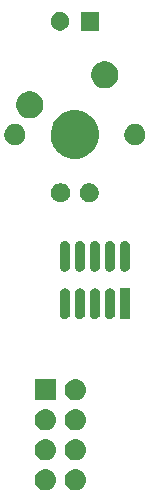
<source format=gbs>
G04 #@! TF.GenerationSoftware,KiCad,Pcbnew,5.0.1*
G04 #@! TF.CreationDate,2019-03-28T22:54:33+10:30*
G04 #@! TF.ProjectId,reflex,7265666C65782E6B696361645F706362,rev?*
G04 #@! TF.SameCoordinates,Original*
G04 #@! TF.FileFunction,Soldermask,Bot*
G04 #@! TF.FilePolarity,Negative*
%FSLAX46Y46*%
G04 Gerber Fmt 4.6, Leading zero omitted, Abs format (unit mm)*
G04 Created by KiCad (PCBNEW 5.0.1) date Thu 28 Mar 2019 22:54:33 ACDT*
%MOMM*%
%LPD*%
G01*
G04 APERTURE LIST*
%ADD10C,0.100000*%
G04 APERTURE END LIST*
D10*
G36*
X100150443Y-115725519D02*
X100216627Y-115732037D01*
X100329853Y-115766384D01*
X100386467Y-115783557D01*
X100525087Y-115857652D01*
X100542991Y-115867222D01*
X100578729Y-115896552D01*
X100680186Y-115979814D01*
X100763448Y-116081271D01*
X100792778Y-116117009D01*
X100792779Y-116117011D01*
X100876443Y-116273533D01*
X100876443Y-116273534D01*
X100927963Y-116443373D01*
X100945359Y-116620000D01*
X100927963Y-116796627D01*
X100893616Y-116909853D01*
X100876443Y-116966467D01*
X100802348Y-117105087D01*
X100792778Y-117122991D01*
X100763448Y-117158729D01*
X100680186Y-117260186D01*
X100578729Y-117343448D01*
X100542991Y-117372778D01*
X100542989Y-117372779D01*
X100386467Y-117456443D01*
X100329853Y-117473616D01*
X100216627Y-117507963D01*
X100150443Y-117514481D01*
X100084260Y-117521000D01*
X99995740Y-117521000D01*
X99929557Y-117514481D01*
X99863373Y-117507963D01*
X99750147Y-117473616D01*
X99693533Y-117456443D01*
X99537011Y-117372779D01*
X99537009Y-117372778D01*
X99501271Y-117343448D01*
X99399814Y-117260186D01*
X99316552Y-117158729D01*
X99287222Y-117122991D01*
X99277652Y-117105087D01*
X99203557Y-116966467D01*
X99186384Y-116909853D01*
X99152037Y-116796627D01*
X99134641Y-116620000D01*
X99152037Y-116443373D01*
X99203557Y-116273534D01*
X99203557Y-116273533D01*
X99287221Y-116117011D01*
X99287222Y-116117009D01*
X99316552Y-116081271D01*
X99399814Y-115979814D01*
X99501271Y-115896552D01*
X99537009Y-115867222D01*
X99554913Y-115857652D01*
X99693533Y-115783557D01*
X99750147Y-115766384D01*
X99863373Y-115732037D01*
X99929557Y-115725519D01*
X99995740Y-115719000D01*
X100084260Y-115719000D01*
X100150443Y-115725519D01*
X100150443Y-115725519D01*
G37*
G36*
X97610443Y-115725519D02*
X97676627Y-115732037D01*
X97789853Y-115766384D01*
X97846467Y-115783557D01*
X97985087Y-115857652D01*
X98002991Y-115867222D01*
X98038729Y-115896552D01*
X98140186Y-115979814D01*
X98223448Y-116081271D01*
X98252778Y-116117009D01*
X98252779Y-116117011D01*
X98336443Y-116273533D01*
X98336443Y-116273534D01*
X98387963Y-116443373D01*
X98405359Y-116620000D01*
X98387963Y-116796627D01*
X98353616Y-116909853D01*
X98336443Y-116966467D01*
X98262348Y-117105087D01*
X98252778Y-117122991D01*
X98223448Y-117158729D01*
X98140186Y-117260186D01*
X98038729Y-117343448D01*
X98002991Y-117372778D01*
X98002989Y-117372779D01*
X97846467Y-117456443D01*
X97789853Y-117473616D01*
X97676627Y-117507963D01*
X97610443Y-117514481D01*
X97544260Y-117521000D01*
X97455740Y-117521000D01*
X97389557Y-117514481D01*
X97323373Y-117507963D01*
X97210147Y-117473616D01*
X97153533Y-117456443D01*
X96997011Y-117372779D01*
X96997009Y-117372778D01*
X96961271Y-117343448D01*
X96859814Y-117260186D01*
X96776552Y-117158729D01*
X96747222Y-117122991D01*
X96737652Y-117105087D01*
X96663557Y-116966467D01*
X96646384Y-116909853D01*
X96612037Y-116796627D01*
X96594641Y-116620000D01*
X96612037Y-116443373D01*
X96663557Y-116273534D01*
X96663557Y-116273533D01*
X96747221Y-116117011D01*
X96747222Y-116117009D01*
X96776552Y-116081271D01*
X96859814Y-115979814D01*
X96961271Y-115896552D01*
X96997009Y-115867222D01*
X97014913Y-115857652D01*
X97153533Y-115783557D01*
X97210147Y-115766384D01*
X97323373Y-115732037D01*
X97389557Y-115725519D01*
X97455740Y-115719000D01*
X97544260Y-115719000D01*
X97610443Y-115725519D01*
X97610443Y-115725519D01*
G37*
G36*
X100150442Y-113185518D02*
X100216627Y-113192037D01*
X100329853Y-113226384D01*
X100386467Y-113243557D01*
X100525087Y-113317652D01*
X100542991Y-113327222D01*
X100578729Y-113356552D01*
X100680186Y-113439814D01*
X100763448Y-113541271D01*
X100792778Y-113577009D01*
X100792779Y-113577011D01*
X100876443Y-113733533D01*
X100876443Y-113733534D01*
X100927963Y-113903373D01*
X100945359Y-114080000D01*
X100927963Y-114256627D01*
X100893616Y-114369853D01*
X100876443Y-114426467D01*
X100802348Y-114565087D01*
X100792778Y-114582991D01*
X100763448Y-114618729D01*
X100680186Y-114720186D01*
X100578729Y-114803448D01*
X100542991Y-114832778D01*
X100542989Y-114832779D01*
X100386467Y-114916443D01*
X100329853Y-114933616D01*
X100216627Y-114967963D01*
X100150442Y-114974482D01*
X100084260Y-114981000D01*
X99995740Y-114981000D01*
X99929558Y-114974482D01*
X99863373Y-114967963D01*
X99750147Y-114933616D01*
X99693533Y-114916443D01*
X99537011Y-114832779D01*
X99537009Y-114832778D01*
X99501271Y-114803448D01*
X99399814Y-114720186D01*
X99316552Y-114618729D01*
X99287222Y-114582991D01*
X99277652Y-114565087D01*
X99203557Y-114426467D01*
X99186384Y-114369853D01*
X99152037Y-114256627D01*
X99134641Y-114080000D01*
X99152037Y-113903373D01*
X99203557Y-113733534D01*
X99203557Y-113733533D01*
X99287221Y-113577011D01*
X99287222Y-113577009D01*
X99316552Y-113541271D01*
X99399814Y-113439814D01*
X99501271Y-113356552D01*
X99537009Y-113327222D01*
X99554913Y-113317652D01*
X99693533Y-113243557D01*
X99750147Y-113226384D01*
X99863373Y-113192037D01*
X99929558Y-113185518D01*
X99995740Y-113179000D01*
X100084260Y-113179000D01*
X100150442Y-113185518D01*
X100150442Y-113185518D01*
G37*
G36*
X97610442Y-113185518D02*
X97676627Y-113192037D01*
X97789853Y-113226384D01*
X97846467Y-113243557D01*
X97985087Y-113317652D01*
X98002991Y-113327222D01*
X98038729Y-113356552D01*
X98140186Y-113439814D01*
X98223448Y-113541271D01*
X98252778Y-113577009D01*
X98252779Y-113577011D01*
X98336443Y-113733533D01*
X98336443Y-113733534D01*
X98387963Y-113903373D01*
X98405359Y-114080000D01*
X98387963Y-114256627D01*
X98353616Y-114369853D01*
X98336443Y-114426467D01*
X98262348Y-114565087D01*
X98252778Y-114582991D01*
X98223448Y-114618729D01*
X98140186Y-114720186D01*
X98038729Y-114803448D01*
X98002991Y-114832778D01*
X98002989Y-114832779D01*
X97846467Y-114916443D01*
X97789853Y-114933616D01*
X97676627Y-114967963D01*
X97610442Y-114974482D01*
X97544260Y-114981000D01*
X97455740Y-114981000D01*
X97389558Y-114974482D01*
X97323373Y-114967963D01*
X97210147Y-114933616D01*
X97153533Y-114916443D01*
X96997011Y-114832779D01*
X96997009Y-114832778D01*
X96961271Y-114803448D01*
X96859814Y-114720186D01*
X96776552Y-114618729D01*
X96747222Y-114582991D01*
X96737652Y-114565087D01*
X96663557Y-114426467D01*
X96646384Y-114369853D01*
X96612037Y-114256627D01*
X96594641Y-114080000D01*
X96612037Y-113903373D01*
X96663557Y-113733534D01*
X96663557Y-113733533D01*
X96747221Y-113577011D01*
X96747222Y-113577009D01*
X96776552Y-113541271D01*
X96859814Y-113439814D01*
X96961271Y-113356552D01*
X96997009Y-113327222D01*
X97014913Y-113317652D01*
X97153533Y-113243557D01*
X97210147Y-113226384D01*
X97323373Y-113192037D01*
X97389558Y-113185518D01*
X97455740Y-113179000D01*
X97544260Y-113179000D01*
X97610442Y-113185518D01*
X97610442Y-113185518D01*
G37*
G36*
X100150442Y-110645518D02*
X100216627Y-110652037D01*
X100329853Y-110686384D01*
X100386467Y-110703557D01*
X100525087Y-110777652D01*
X100542991Y-110787222D01*
X100578729Y-110816552D01*
X100680186Y-110899814D01*
X100763448Y-111001271D01*
X100792778Y-111037009D01*
X100792779Y-111037011D01*
X100876443Y-111193533D01*
X100876443Y-111193534D01*
X100927963Y-111363373D01*
X100945359Y-111540000D01*
X100927963Y-111716627D01*
X100893616Y-111829853D01*
X100876443Y-111886467D01*
X100802348Y-112025087D01*
X100792778Y-112042991D01*
X100763448Y-112078729D01*
X100680186Y-112180186D01*
X100578729Y-112263448D01*
X100542991Y-112292778D01*
X100542989Y-112292779D01*
X100386467Y-112376443D01*
X100329853Y-112393616D01*
X100216627Y-112427963D01*
X100150442Y-112434482D01*
X100084260Y-112441000D01*
X99995740Y-112441000D01*
X99929558Y-112434482D01*
X99863373Y-112427963D01*
X99750147Y-112393616D01*
X99693533Y-112376443D01*
X99537011Y-112292779D01*
X99537009Y-112292778D01*
X99501271Y-112263448D01*
X99399814Y-112180186D01*
X99316552Y-112078729D01*
X99287222Y-112042991D01*
X99277652Y-112025087D01*
X99203557Y-111886467D01*
X99186384Y-111829853D01*
X99152037Y-111716627D01*
X99134641Y-111540000D01*
X99152037Y-111363373D01*
X99203557Y-111193534D01*
X99203557Y-111193533D01*
X99287221Y-111037011D01*
X99287222Y-111037009D01*
X99316552Y-111001271D01*
X99399814Y-110899814D01*
X99501271Y-110816552D01*
X99537009Y-110787222D01*
X99554913Y-110777652D01*
X99693533Y-110703557D01*
X99750147Y-110686384D01*
X99863373Y-110652037D01*
X99929558Y-110645518D01*
X99995740Y-110639000D01*
X100084260Y-110639000D01*
X100150442Y-110645518D01*
X100150442Y-110645518D01*
G37*
G36*
X97610442Y-110645518D02*
X97676627Y-110652037D01*
X97789853Y-110686384D01*
X97846467Y-110703557D01*
X97985087Y-110777652D01*
X98002991Y-110787222D01*
X98038729Y-110816552D01*
X98140186Y-110899814D01*
X98223448Y-111001271D01*
X98252778Y-111037009D01*
X98252779Y-111037011D01*
X98336443Y-111193533D01*
X98336443Y-111193534D01*
X98387963Y-111363373D01*
X98405359Y-111540000D01*
X98387963Y-111716627D01*
X98353616Y-111829853D01*
X98336443Y-111886467D01*
X98262348Y-112025087D01*
X98252778Y-112042991D01*
X98223448Y-112078729D01*
X98140186Y-112180186D01*
X98038729Y-112263448D01*
X98002991Y-112292778D01*
X98002989Y-112292779D01*
X97846467Y-112376443D01*
X97789853Y-112393616D01*
X97676627Y-112427963D01*
X97610442Y-112434482D01*
X97544260Y-112441000D01*
X97455740Y-112441000D01*
X97389558Y-112434482D01*
X97323373Y-112427963D01*
X97210147Y-112393616D01*
X97153533Y-112376443D01*
X96997011Y-112292779D01*
X96997009Y-112292778D01*
X96961271Y-112263448D01*
X96859814Y-112180186D01*
X96776552Y-112078729D01*
X96747222Y-112042991D01*
X96737652Y-112025087D01*
X96663557Y-111886467D01*
X96646384Y-111829853D01*
X96612037Y-111716627D01*
X96594641Y-111540000D01*
X96612037Y-111363373D01*
X96663557Y-111193534D01*
X96663557Y-111193533D01*
X96747221Y-111037011D01*
X96747222Y-111037009D01*
X96776552Y-111001271D01*
X96859814Y-110899814D01*
X96961271Y-110816552D01*
X96997009Y-110787222D01*
X97014913Y-110777652D01*
X97153533Y-110703557D01*
X97210147Y-110686384D01*
X97323373Y-110652037D01*
X97389558Y-110645518D01*
X97455740Y-110639000D01*
X97544260Y-110639000D01*
X97610442Y-110645518D01*
X97610442Y-110645518D01*
G37*
G36*
X98401000Y-109901000D02*
X96599000Y-109901000D01*
X96599000Y-108099000D01*
X98401000Y-108099000D01*
X98401000Y-109901000D01*
X98401000Y-109901000D01*
G37*
G36*
X100150442Y-108105518D02*
X100216627Y-108112037D01*
X100329853Y-108146384D01*
X100386467Y-108163557D01*
X100525087Y-108237652D01*
X100542991Y-108247222D01*
X100578729Y-108276552D01*
X100680186Y-108359814D01*
X100763448Y-108461271D01*
X100792778Y-108497009D01*
X100792779Y-108497011D01*
X100876443Y-108653533D01*
X100876443Y-108653534D01*
X100927963Y-108823373D01*
X100945359Y-109000000D01*
X100927963Y-109176627D01*
X100893616Y-109289853D01*
X100876443Y-109346467D01*
X100802348Y-109485087D01*
X100792778Y-109502991D01*
X100763448Y-109538729D01*
X100680186Y-109640186D01*
X100578729Y-109723448D01*
X100542991Y-109752778D01*
X100542989Y-109752779D01*
X100386467Y-109836443D01*
X100329853Y-109853616D01*
X100216627Y-109887963D01*
X100150443Y-109894481D01*
X100084260Y-109901000D01*
X99995740Y-109901000D01*
X99929557Y-109894481D01*
X99863373Y-109887963D01*
X99750147Y-109853616D01*
X99693533Y-109836443D01*
X99537011Y-109752779D01*
X99537009Y-109752778D01*
X99501271Y-109723448D01*
X99399814Y-109640186D01*
X99316552Y-109538729D01*
X99287222Y-109502991D01*
X99277652Y-109485087D01*
X99203557Y-109346467D01*
X99186384Y-109289853D01*
X99152037Y-109176627D01*
X99134641Y-109000000D01*
X99152037Y-108823373D01*
X99203557Y-108653534D01*
X99203557Y-108653533D01*
X99287221Y-108497011D01*
X99287222Y-108497009D01*
X99316552Y-108461271D01*
X99399814Y-108359814D01*
X99501271Y-108276552D01*
X99537009Y-108247222D01*
X99554913Y-108237652D01*
X99693533Y-108163557D01*
X99750147Y-108146384D01*
X99863373Y-108112037D01*
X99929558Y-108105518D01*
X99995740Y-108099000D01*
X100084260Y-108099000D01*
X100150442Y-108105518D01*
X100150442Y-108105518D01*
G37*
G36*
X100513511Y-100405164D02*
X100593812Y-100429523D01*
X100667818Y-100469080D01*
X100732685Y-100522315D01*
X100785920Y-100587182D01*
X100825477Y-100661188D01*
X100849836Y-100741489D01*
X100856000Y-100804074D01*
X100856000Y-102595926D01*
X100849836Y-102658511D01*
X100825477Y-102738812D01*
X100785920Y-102812818D01*
X100732685Y-102877685D01*
X100667817Y-102930920D01*
X100630814Y-102950698D01*
X100593812Y-102970477D01*
X100567044Y-102978597D01*
X100513510Y-102994836D01*
X100430000Y-103003061D01*
X100346489Y-102994836D01*
X100266188Y-102970477D01*
X100192182Y-102930920D01*
X100127315Y-102877685D01*
X100074080Y-102812817D01*
X100054302Y-102775814D01*
X100034523Y-102738812D01*
X100022343Y-102698660D01*
X100010164Y-102658510D01*
X100004000Y-102595925D01*
X100004001Y-100804074D01*
X100010165Y-100741489D01*
X100034524Y-100661188D01*
X100074081Y-100587182D01*
X100127316Y-100522315D01*
X100192183Y-100469080D01*
X100266189Y-100429523D01*
X100346490Y-100405164D01*
X100430000Y-100396939D01*
X100513511Y-100405164D01*
X100513511Y-100405164D01*
G37*
G36*
X101783511Y-100405164D02*
X101863812Y-100429523D01*
X101937818Y-100469080D01*
X102002685Y-100522315D01*
X102055920Y-100587182D01*
X102095477Y-100661188D01*
X102119836Y-100741489D01*
X102126000Y-100804074D01*
X102126000Y-102595926D01*
X102119836Y-102658511D01*
X102095477Y-102738812D01*
X102055920Y-102812818D01*
X102002685Y-102877685D01*
X101937817Y-102930920D01*
X101900814Y-102950698D01*
X101863812Y-102970477D01*
X101837044Y-102978597D01*
X101783510Y-102994836D01*
X101700000Y-103003061D01*
X101616489Y-102994836D01*
X101536188Y-102970477D01*
X101462182Y-102930920D01*
X101397315Y-102877685D01*
X101344080Y-102812817D01*
X101324302Y-102775814D01*
X101304523Y-102738812D01*
X101292343Y-102698660D01*
X101280164Y-102658510D01*
X101274000Y-102595925D01*
X101274001Y-100804074D01*
X101280165Y-100741489D01*
X101304524Y-100661188D01*
X101344081Y-100587182D01*
X101397316Y-100522315D01*
X101462183Y-100469080D01*
X101536189Y-100429523D01*
X101616490Y-100405164D01*
X101700000Y-100396939D01*
X101783511Y-100405164D01*
X101783511Y-100405164D01*
G37*
G36*
X103053511Y-100405164D02*
X103133812Y-100429523D01*
X103207818Y-100469080D01*
X103272685Y-100522315D01*
X103325920Y-100587182D01*
X103365477Y-100661188D01*
X103389836Y-100741489D01*
X103396000Y-100804074D01*
X103396000Y-102595926D01*
X103389836Y-102658511D01*
X103365477Y-102738812D01*
X103325920Y-102812818D01*
X103272685Y-102877685D01*
X103207817Y-102930920D01*
X103170814Y-102950698D01*
X103133812Y-102970477D01*
X103107044Y-102978597D01*
X103053510Y-102994836D01*
X102970000Y-103003061D01*
X102886489Y-102994836D01*
X102806188Y-102970477D01*
X102732182Y-102930920D01*
X102667315Y-102877685D01*
X102614080Y-102812817D01*
X102594302Y-102775814D01*
X102574523Y-102738812D01*
X102562343Y-102698660D01*
X102550164Y-102658510D01*
X102544000Y-102595925D01*
X102544001Y-100804074D01*
X102550165Y-100741489D01*
X102574524Y-100661188D01*
X102614081Y-100587182D01*
X102667316Y-100522315D01*
X102732183Y-100469080D01*
X102806189Y-100429523D01*
X102886490Y-100405164D01*
X102970000Y-100396939D01*
X103053511Y-100405164D01*
X103053511Y-100405164D01*
G37*
G36*
X99243511Y-100405164D02*
X99323812Y-100429523D01*
X99397818Y-100469080D01*
X99462685Y-100522315D01*
X99515920Y-100587182D01*
X99555477Y-100661188D01*
X99579836Y-100741489D01*
X99586000Y-100804074D01*
X99586000Y-102595926D01*
X99579836Y-102658511D01*
X99555477Y-102738812D01*
X99515920Y-102812818D01*
X99462685Y-102877685D01*
X99397817Y-102930920D01*
X99360814Y-102950698D01*
X99323812Y-102970477D01*
X99297044Y-102978597D01*
X99243510Y-102994836D01*
X99160000Y-103003061D01*
X99076489Y-102994836D01*
X98996188Y-102970477D01*
X98922182Y-102930920D01*
X98857315Y-102877685D01*
X98804080Y-102812817D01*
X98784302Y-102775814D01*
X98764523Y-102738812D01*
X98752343Y-102698660D01*
X98740164Y-102658510D01*
X98734000Y-102595925D01*
X98734001Y-100804074D01*
X98740165Y-100741489D01*
X98764524Y-100661188D01*
X98804081Y-100587182D01*
X98857316Y-100522315D01*
X98922183Y-100469080D01*
X98996189Y-100429523D01*
X99076490Y-100405164D01*
X99160000Y-100396939D01*
X99243511Y-100405164D01*
X99243511Y-100405164D01*
G37*
G36*
X104666000Y-103001000D02*
X103814000Y-103001000D01*
X103814000Y-100399000D01*
X104666000Y-100399000D01*
X104666000Y-103001000D01*
X104666000Y-103001000D01*
G37*
G36*
X104323511Y-96405164D02*
X104403812Y-96429523D01*
X104477818Y-96469080D01*
X104542685Y-96522315D01*
X104595920Y-96587182D01*
X104635477Y-96661188D01*
X104659836Y-96741489D01*
X104666000Y-96804074D01*
X104666000Y-98595926D01*
X104659836Y-98658511D01*
X104635477Y-98738812D01*
X104595920Y-98812818D01*
X104542685Y-98877685D01*
X104477817Y-98930920D01*
X104440814Y-98950699D01*
X104403812Y-98970477D01*
X104377044Y-98978597D01*
X104323510Y-98994836D01*
X104240000Y-99003061D01*
X104156489Y-98994836D01*
X104076188Y-98970477D01*
X104002182Y-98930920D01*
X103937315Y-98877685D01*
X103884080Y-98812817D01*
X103864302Y-98775814D01*
X103844523Y-98738812D01*
X103832344Y-98698661D01*
X103820164Y-98658510D01*
X103814000Y-98595925D01*
X103814001Y-96804074D01*
X103820165Y-96741489D01*
X103844524Y-96661188D01*
X103884081Y-96587182D01*
X103937316Y-96522315D01*
X104002183Y-96469080D01*
X104076189Y-96429523D01*
X104156490Y-96405164D01*
X104240000Y-96396939D01*
X104323511Y-96405164D01*
X104323511Y-96405164D01*
G37*
G36*
X103053511Y-96405164D02*
X103133812Y-96429523D01*
X103207818Y-96469080D01*
X103272685Y-96522315D01*
X103325920Y-96587182D01*
X103365477Y-96661188D01*
X103389836Y-96741489D01*
X103396000Y-96804074D01*
X103396000Y-98595926D01*
X103389836Y-98658511D01*
X103365477Y-98738812D01*
X103325920Y-98812818D01*
X103272685Y-98877685D01*
X103207817Y-98930920D01*
X103170814Y-98950699D01*
X103133812Y-98970477D01*
X103107044Y-98978597D01*
X103053510Y-98994836D01*
X102970000Y-99003061D01*
X102886489Y-98994836D01*
X102806188Y-98970477D01*
X102732182Y-98930920D01*
X102667315Y-98877685D01*
X102614080Y-98812817D01*
X102594302Y-98775814D01*
X102574523Y-98738812D01*
X102562344Y-98698661D01*
X102550164Y-98658510D01*
X102544000Y-98595925D01*
X102544001Y-96804074D01*
X102550165Y-96741489D01*
X102574524Y-96661188D01*
X102614081Y-96587182D01*
X102667316Y-96522315D01*
X102732183Y-96469080D01*
X102806189Y-96429523D01*
X102886490Y-96405164D01*
X102970000Y-96396939D01*
X103053511Y-96405164D01*
X103053511Y-96405164D01*
G37*
G36*
X101783511Y-96405164D02*
X101863812Y-96429523D01*
X101937818Y-96469080D01*
X102002685Y-96522315D01*
X102055920Y-96587182D01*
X102095477Y-96661188D01*
X102119836Y-96741489D01*
X102126000Y-96804074D01*
X102126000Y-98595926D01*
X102119836Y-98658511D01*
X102095477Y-98738812D01*
X102055920Y-98812818D01*
X102002685Y-98877685D01*
X101937817Y-98930920D01*
X101900814Y-98950699D01*
X101863812Y-98970477D01*
X101837044Y-98978597D01*
X101783510Y-98994836D01*
X101700000Y-99003061D01*
X101616489Y-98994836D01*
X101536188Y-98970477D01*
X101462182Y-98930920D01*
X101397315Y-98877685D01*
X101344080Y-98812817D01*
X101324302Y-98775814D01*
X101304523Y-98738812D01*
X101292344Y-98698661D01*
X101280164Y-98658510D01*
X101274000Y-98595925D01*
X101274001Y-96804074D01*
X101280165Y-96741489D01*
X101304524Y-96661188D01*
X101344081Y-96587182D01*
X101397316Y-96522315D01*
X101462183Y-96469080D01*
X101536189Y-96429523D01*
X101616490Y-96405164D01*
X101700000Y-96396939D01*
X101783511Y-96405164D01*
X101783511Y-96405164D01*
G37*
G36*
X100513511Y-96405164D02*
X100593812Y-96429523D01*
X100667818Y-96469080D01*
X100732685Y-96522315D01*
X100785920Y-96587182D01*
X100825477Y-96661188D01*
X100849836Y-96741489D01*
X100856000Y-96804074D01*
X100856000Y-98595926D01*
X100849836Y-98658511D01*
X100825477Y-98738812D01*
X100785920Y-98812818D01*
X100732685Y-98877685D01*
X100667817Y-98930920D01*
X100630814Y-98950699D01*
X100593812Y-98970477D01*
X100567044Y-98978597D01*
X100513510Y-98994836D01*
X100430000Y-99003061D01*
X100346489Y-98994836D01*
X100266188Y-98970477D01*
X100192182Y-98930920D01*
X100127315Y-98877685D01*
X100074080Y-98812817D01*
X100054302Y-98775814D01*
X100034523Y-98738812D01*
X100022344Y-98698661D01*
X100010164Y-98658510D01*
X100004000Y-98595925D01*
X100004001Y-96804074D01*
X100010165Y-96741489D01*
X100034524Y-96661188D01*
X100074081Y-96587182D01*
X100127316Y-96522315D01*
X100192183Y-96469080D01*
X100266189Y-96429523D01*
X100346490Y-96405164D01*
X100430000Y-96396939D01*
X100513511Y-96405164D01*
X100513511Y-96405164D01*
G37*
G36*
X99243511Y-96405164D02*
X99323812Y-96429523D01*
X99397818Y-96469080D01*
X99462685Y-96522315D01*
X99515920Y-96587182D01*
X99555477Y-96661188D01*
X99579836Y-96741489D01*
X99586000Y-96804074D01*
X99586000Y-98595926D01*
X99579836Y-98658511D01*
X99555477Y-98738812D01*
X99515920Y-98812818D01*
X99462685Y-98877685D01*
X99397817Y-98930920D01*
X99360814Y-98950699D01*
X99323812Y-98970477D01*
X99297044Y-98978597D01*
X99243510Y-98994836D01*
X99160000Y-99003061D01*
X99076489Y-98994836D01*
X98996188Y-98970477D01*
X98922182Y-98930920D01*
X98857315Y-98877685D01*
X98804080Y-98812817D01*
X98784302Y-98775814D01*
X98764523Y-98738812D01*
X98752344Y-98698661D01*
X98740164Y-98658510D01*
X98734000Y-98595925D01*
X98734001Y-96804074D01*
X98740165Y-96741489D01*
X98764524Y-96661188D01*
X98804081Y-96587182D01*
X98857316Y-96522315D01*
X98922183Y-96469080D01*
X98996189Y-96429523D01*
X99076490Y-96405164D01*
X99160000Y-96396939D01*
X99243511Y-96405164D01*
X99243511Y-96405164D01*
G37*
G36*
X101457142Y-91538242D02*
X101605102Y-91599530D01*
X101738258Y-91688502D01*
X101851498Y-91801742D01*
X101940470Y-91934898D01*
X102001758Y-92082858D01*
X102033000Y-92239925D01*
X102033000Y-92400075D01*
X102001758Y-92557142D01*
X101940470Y-92705102D01*
X101851498Y-92838258D01*
X101738258Y-92951498D01*
X101605102Y-93040470D01*
X101457142Y-93101758D01*
X101300075Y-93133000D01*
X101139925Y-93133000D01*
X100982858Y-93101758D01*
X100834898Y-93040470D01*
X100701742Y-92951498D01*
X100588502Y-92838258D01*
X100499530Y-92705102D01*
X100438242Y-92557142D01*
X100407000Y-92400075D01*
X100407000Y-92239925D01*
X100438242Y-92082858D01*
X100499530Y-91934898D01*
X100588502Y-91801742D01*
X100701742Y-91688502D01*
X100834898Y-91599530D01*
X100982858Y-91538242D01*
X101139925Y-91507000D01*
X101300075Y-91507000D01*
X101457142Y-91538242D01*
X101457142Y-91538242D01*
G37*
G36*
X99027142Y-91538242D02*
X99175102Y-91599530D01*
X99308258Y-91688502D01*
X99421498Y-91801742D01*
X99510470Y-91934898D01*
X99571758Y-92082858D01*
X99603000Y-92239925D01*
X99603000Y-92400075D01*
X99571758Y-92557142D01*
X99510470Y-92705102D01*
X99421498Y-92838258D01*
X99308258Y-92951498D01*
X99175102Y-93040470D01*
X99027142Y-93101758D01*
X98870075Y-93133000D01*
X98709925Y-93133000D01*
X98552858Y-93101758D01*
X98404898Y-93040470D01*
X98271742Y-92951498D01*
X98158502Y-92838258D01*
X98069530Y-92705102D01*
X98008242Y-92557142D01*
X97977000Y-92400075D01*
X97977000Y-92239925D01*
X98008242Y-92082858D01*
X98069530Y-91934898D01*
X98158502Y-91801742D01*
X98271742Y-91688502D01*
X98404898Y-91599530D01*
X98552858Y-91538242D01*
X98709925Y-91507000D01*
X98870075Y-91507000D01*
X99027142Y-91538242D01*
X99027142Y-91538242D01*
G37*
G36*
X100598252Y-85427818D02*
X100598254Y-85427819D01*
X100598255Y-85427819D01*
X100971513Y-85582427D01*
X101302905Y-85803857D01*
X101307439Y-85806886D01*
X101593114Y-86092561D01*
X101593116Y-86092564D01*
X101817573Y-86428487D01*
X101846780Y-86499000D01*
X101972182Y-86801748D01*
X102051000Y-87197993D01*
X102051000Y-87602007D01*
X101976936Y-87974354D01*
X101972181Y-87998255D01*
X101817573Y-88371513D01*
X101817572Y-88371514D01*
X101593114Y-88707439D01*
X101307439Y-88993114D01*
X101307436Y-88993116D01*
X100971513Y-89217573D01*
X100598255Y-89372181D01*
X100598254Y-89372181D01*
X100598252Y-89372182D01*
X100202007Y-89451000D01*
X99797993Y-89451000D01*
X99401748Y-89372182D01*
X99401746Y-89372181D01*
X99401745Y-89372181D01*
X99028487Y-89217573D01*
X98692564Y-88993116D01*
X98692561Y-88993114D01*
X98406886Y-88707439D01*
X98182428Y-88371514D01*
X98182427Y-88371513D01*
X98027819Y-87998255D01*
X98023065Y-87974354D01*
X97949000Y-87602007D01*
X97949000Y-87197993D01*
X98027818Y-86801748D01*
X98153220Y-86499000D01*
X98182427Y-86428487D01*
X98406884Y-86092564D01*
X98406886Y-86092561D01*
X98692561Y-85806886D01*
X98697095Y-85803857D01*
X99028487Y-85582427D01*
X99401745Y-85427819D01*
X99401746Y-85427819D01*
X99401748Y-85427818D01*
X99797993Y-85349000D01*
X100202007Y-85349000D01*
X100598252Y-85427818D01*
X100598252Y-85427818D01*
G37*
G36*
X95182812Y-86533624D02*
X95346784Y-86601544D01*
X95494354Y-86700147D01*
X95619853Y-86825646D01*
X95718456Y-86973216D01*
X95786376Y-87137188D01*
X95821000Y-87311259D01*
X95821000Y-87488741D01*
X95786376Y-87662812D01*
X95718456Y-87826784D01*
X95619853Y-87974354D01*
X95494354Y-88099853D01*
X95346784Y-88198456D01*
X95182812Y-88266376D01*
X95008741Y-88301000D01*
X94831259Y-88301000D01*
X94657188Y-88266376D01*
X94493216Y-88198456D01*
X94345646Y-88099853D01*
X94220147Y-87974354D01*
X94121544Y-87826784D01*
X94053624Y-87662812D01*
X94019000Y-87488741D01*
X94019000Y-87311259D01*
X94053624Y-87137188D01*
X94121544Y-86973216D01*
X94220147Y-86825646D01*
X94345646Y-86700147D01*
X94493216Y-86601544D01*
X94657188Y-86533624D01*
X94831259Y-86499000D01*
X95008741Y-86499000D01*
X95182812Y-86533624D01*
X95182812Y-86533624D01*
G37*
G36*
X105342812Y-86533624D02*
X105506784Y-86601544D01*
X105654354Y-86700147D01*
X105779853Y-86825646D01*
X105878456Y-86973216D01*
X105946376Y-87137188D01*
X105981000Y-87311259D01*
X105981000Y-87488741D01*
X105946376Y-87662812D01*
X105878456Y-87826784D01*
X105779853Y-87974354D01*
X105654354Y-88099853D01*
X105506784Y-88198456D01*
X105342812Y-88266376D01*
X105168741Y-88301000D01*
X104991259Y-88301000D01*
X104817188Y-88266376D01*
X104653216Y-88198456D01*
X104505646Y-88099853D01*
X104380147Y-87974354D01*
X104281544Y-87826784D01*
X104213624Y-87662812D01*
X104179000Y-87488741D01*
X104179000Y-87311259D01*
X104213624Y-87137188D01*
X104281544Y-86973216D01*
X104380147Y-86825646D01*
X104505646Y-86700147D01*
X104653216Y-86601544D01*
X104817188Y-86533624D01*
X104991259Y-86499000D01*
X105168741Y-86499000D01*
X105342812Y-86533624D01*
X105342812Y-86533624D01*
G37*
G36*
X96525734Y-83753232D02*
X96735202Y-83839996D01*
X96923723Y-83965962D01*
X97084038Y-84126277D01*
X97210004Y-84314798D01*
X97296768Y-84524266D01*
X97341000Y-84746635D01*
X97341000Y-84973365D01*
X97296768Y-85195734D01*
X97210004Y-85405202D01*
X97084038Y-85593723D01*
X96923723Y-85754038D01*
X96735202Y-85880004D01*
X96525734Y-85966768D01*
X96303365Y-86011000D01*
X96076635Y-86011000D01*
X95854266Y-85966768D01*
X95644798Y-85880004D01*
X95456277Y-85754038D01*
X95295962Y-85593723D01*
X95169996Y-85405202D01*
X95083232Y-85195734D01*
X95039000Y-84973365D01*
X95039000Y-84746635D01*
X95083232Y-84524266D01*
X95169996Y-84314798D01*
X95295962Y-84126277D01*
X95456277Y-83965962D01*
X95644798Y-83839996D01*
X95854266Y-83753232D01*
X96076635Y-83709000D01*
X96303365Y-83709000D01*
X96525734Y-83753232D01*
X96525734Y-83753232D01*
G37*
G36*
X102875734Y-81213232D02*
X103085202Y-81299996D01*
X103273723Y-81425962D01*
X103434038Y-81586277D01*
X103560004Y-81774798D01*
X103646768Y-81984266D01*
X103691000Y-82206635D01*
X103691000Y-82433365D01*
X103646768Y-82655734D01*
X103560004Y-82865202D01*
X103434038Y-83053723D01*
X103273723Y-83214038D01*
X103085202Y-83340004D01*
X102875734Y-83426768D01*
X102653365Y-83471000D01*
X102426635Y-83471000D01*
X102204266Y-83426768D01*
X101994798Y-83340004D01*
X101806277Y-83214038D01*
X101645962Y-83053723D01*
X101519996Y-82865202D01*
X101433232Y-82655734D01*
X101389000Y-82433365D01*
X101389000Y-82206635D01*
X101433232Y-81984266D01*
X101519996Y-81774798D01*
X101645962Y-81586277D01*
X101806277Y-81425962D01*
X101994798Y-81299996D01*
X102204266Y-81213232D01*
X102426635Y-81169000D01*
X102653365Y-81169000D01*
X102875734Y-81213232D01*
X102875734Y-81213232D01*
G37*
G36*
X98959267Y-77044205D02*
X99102309Y-77103455D01*
X99102311Y-77103456D01*
X99229336Y-77188331D01*
X99231049Y-77189476D01*
X99340524Y-77298951D01*
X99426545Y-77427691D01*
X99485795Y-77570733D01*
X99516000Y-77722584D01*
X99516000Y-77877416D01*
X99485795Y-78029267D01*
X99426545Y-78172309D01*
X99340524Y-78301049D01*
X99231049Y-78410524D01*
X99231046Y-78410526D01*
X99102311Y-78496544D01*
X99102310Y-78496545D01*
X99102309Y-78496545D01*
X98959267Y-78555795D01*
X98807416Y-78586000D01*
X98652584Y-78586000D01*
X98500733Y-78555795D01*
X98357691Y-78496545D01*
X98357690Y-78496545D01*
X98357689Y-78496544D01*
X98228954Y-78410526D01*
X98228951Y-78410524D01*
X98119476Y-78301049D01*
X98033455Y-78172309D01*
X97974205Y-78029267D01*
X97944000Y-77877416D01*
X97944000Y-77722584D01*
X97974205Y-77570733D01*
X98033455Y-77427691D01*
X98119476Y-77298951D01*
X98228951Y-77189476D01*
X98230664Y-77188331D01*
X98357689Y-77103456D01*
X98357691Y-77103455D01*
X98500733Y-77044205D01*
X98652584Y-77014000D01*
X98807416Y-77014000D01*
X98959267Y-77044205D01*
X98959267Y-77044205D01*
G37*
G36*
X102056000Y-78586000D02*
X100484000Y-78586000D01*
X100484000Y-77014000D01*
X102056000Y-77014000D01*
X102056000Y-78586000D01*
X102056000Y-78586000D01*
G37*
M02*

</source>
